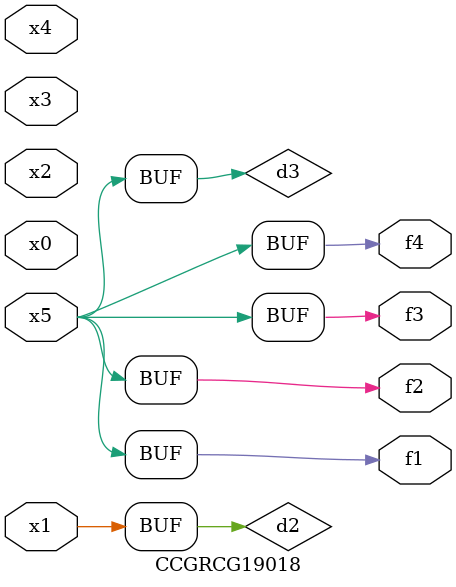
<source format=v>
module CCGRCG19018(
	input x0, x1, x2, x3, x4, x5,
	output f1, f2, f3, f4
);

	wire d1, d2, d3;

	not (d1, x5);
	or (d2, x1);
	xnor (d3, d1);
	assign f1 = d3;
	assign f2 = d3;
	assign f3 = d3;
	assign f4 = d3;
endmodule

</source>
